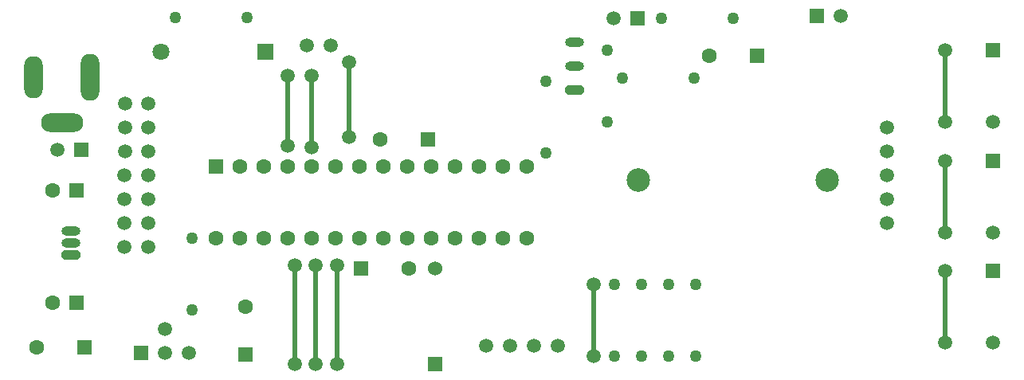
<source format=gbr>
G04 DipTrace 3.3.1.3*
G04 Top.gbr*
%MOIN*%
G04 #@! TF.FileFunction,Copper,L1,Top*
G04 #@! TF.Part,Single*
%AMOUTLINE0*
4,1,8,
-0.029528,0.019685,
-0.03937,0.009843,
-0.03937,-0.009843,
-0.029528,-0.019685,
0.029528,-0.019685,
0.03937,-0.009843,
0.03937,0.009843,
0.029528,0.019685,
-0.029528,0.019685,
0*%
G04 #@! TA.AperFunction,Conductor*
%ADD14C,0.019685*%
G04 #@! TA.AperFunction,ComponentPad*
%ADD16C,0.062992*%
%ADD17R,0.062992X0.062992*%
%ADD18R,0.070866X0.070866*%
%ADD19C,0.070866*%
%ADD20C,0.059055*%
%ADD21R,0.059055X0.059055*%
%ADD22O,0.07874X0.19685*%
%ADD23O,0.07874X0.177165*%
%ADD24O,0.177165X0.07874*%
%ADD25R,0.06X0.06*%
%ADD26C,0.06*%
%ADD27C,0.059055*%
%ADD28C,0.098425*%
%ADD29O,0.07874X0.03937*%
%ADD30C,0.05*%
%ADD31C,0.05*%
%ADD79OUTLINE0*%
%FSLAX26Y26*%
G04*
G70*
G90*
G75*
G01*
G04 Top*
%LPD*%
X574950Y1306201D2*
D14*
X568699D1*
Y1324951D1*
X1812450Y1531201D2*
Y1843701D1*
X1556201Y1493701D2*
Y1787450D1*
X1762451Y581201D2*
Y993702D1*
X1762450Y993701D1*
X4306201Y1593701D2*
Y1893701D1*
X1674950Y581201D2*
Y993699D1*
X1674951Y993701D1*
X4306201Y1131201D2*
Y1431201D1*
X1587450Y581201D2*
Y993701D1*
X4306201Y668701D2*
Y968701D1*
X1656201Y1487451D2*
Y1787450D1*
X2837451Y912450D2*
Y612450D1*
D27*
X1812450Y1531201D3*
Y1843701D3*
X1556201Y1787450D3*
Y1493701D3*
X1656201Y1787450D3*
Y1487451D3*
X1587450Y581201D3*
X1674950D3*
X1762450Y993701D3*
X1587450D3*
X1674951D3*
X1762451Y581201D3*
X2837451Y912450D3*
Y612450D3*
D16*
X1381201Y818701D3*
D17*
Y618701D3*
X674950Y1306201D3*
D16*
X574950D3*
D17*
X674950Y837451D3*
D16*
X574950D3*
X506201Y649951D3*
D17*
X706201D3*
D16*
X3318701Y1868701D3*
D17*
X3518701D3*
D16*
X1943701Y1518701D3*
D17*
X2143701D3*
D16*
X2062450Y981201D3*
D17*
X1862450D3*
D18*
X1462451Y1887450D3*
D19*
X1027412D3*
D20*
X874950Y1068701D3*
X974950D3*
Y1168701D3*
X874950D3*
Y1268701D3*
X974950D3*
X874950Y1368701D3*
X974950D3*
X973375Y1468701D3*
X876525D3*
Y1568701D3*
X973375D3*
X876525Y1668701D3*
X973375D3*
X4062470Y1368701D3*
Y1468701D3*
Y1268701D3*
Y1168701D3*
Y1568701D3*
D21*
X693701Y1474951D3*
D20*
X593701D3*
D21*
X3768701Y2037450D3*
D20*
X3868701D3*
D21*
X3018701Y2024950D3*
D20*
X2918701D3*
D22*
X731201Y1781201D3*
D23*
X494980D3*
D24*
X613091Y1588287D3*
D25*
X2174951Y581201D3*
D26*
Y981201D3*
D27*
X1043701Y724951D3*
D20*
X1737451Y1912450D3*
X1637451D3*
D28*
X3024950Y1349951D3*
X3812352D3*
D79*
X2756201Y1724950D3*
D29*
Y1824950D3*
Y1924950D3*
D30*
X1156201Y806201D3*
D31*
Y1106201D3*
D30*
X1087450Y2031201D3*
D31*
X1387450D3*
D21*
X943701Y624950D3*
D20*
X1043701D3*
X1143701D3*
D30*
X2893701Y1593701D3*
D31*
Y1893701D3*
D30*
X3256201Y1774951D3*
D31*
X2956201D3*
D30*
X3262451Y912451D3*
D31*
Y612451D3*
D30*
X3149951Y612450D3*
D31*
Y912450D3*
D30*
X2924951Y612450D3*
D31*
Y912450D3*
D30*
X2637450Y1762451D3*
D31*
Y1462451D3*
D30*
X3037450Y912451D3*
D31*
Y612451D3*
D30*
X3118701Y2024950D3*
D31*
X3418701D3*
D21*
X4506201Y1893701D3*
D20*
X4306201D3*
Y1593701D3*
X4506201D3*
D21*
Y1431201D3*
D20*
X4306201D3*
Y1131201D3*
X4506201D3*
D21*
Y968701D3*
D20*
X4306201D3*
Y668701D3*
X4506201D3*
D17*
X1256201Y1406201D3*
D16*
X1356201D3*
X1456201D3*
X1556201D3*
X1656201D3*
X1756201D3*
X1856201D3*
X1956201D3*
X2056201D3*
X2156201D3*
X2256201D3*
X2356201D3*
X2456201D3*
X2556201D3*
Y1106201D3*
X2456201D3*
X2356201D3*
X2256201D3*
X2156201D3*
X2056201D3*
X1956201D3*
X1856201D3*
X1756201D3*
X1656201D3*
X1556201D3*
X1456201D3*
X1356201D3*
X1256201D3*
D79*
X649950Y1037451D3*
D29*
Y1087451D3*
Y1137451D3*
D20*
X2487450Y656201D3*
X2587450D3*
X2687450D3*
X2387450D3*
M02*

</source>
